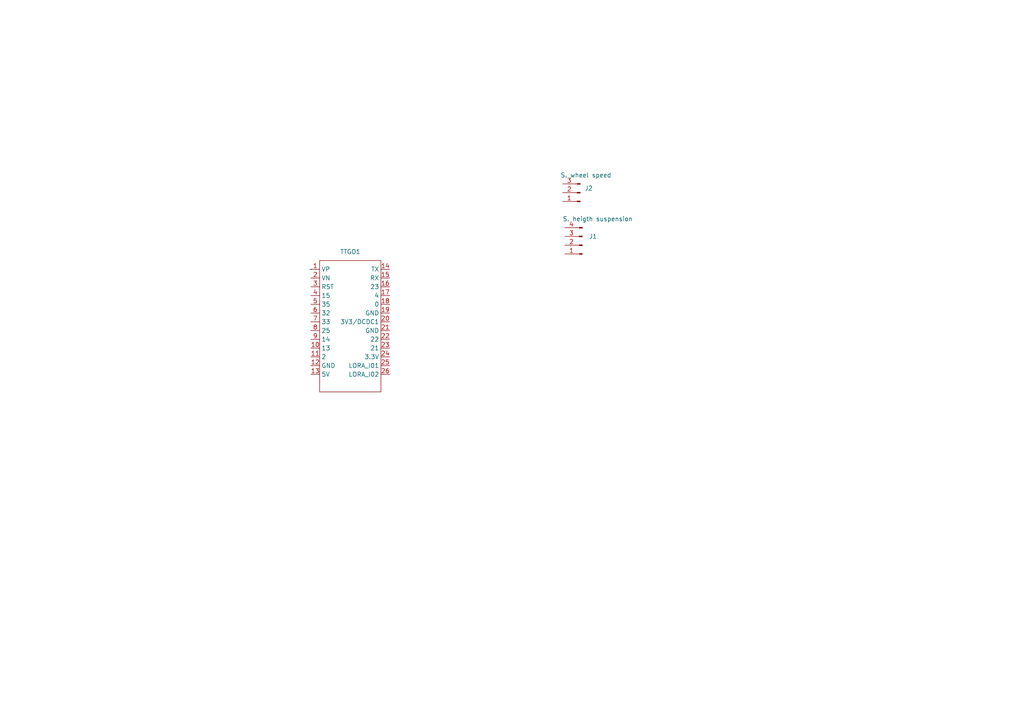
<source format=kicad_sch>
(kicad_sch (version 20230121) (generator eeschema)
  (paper "A4")
  (lib_symbols
    (symbol "Connector:Conn_01x03_Pin" (pin_names (offset 1.016) hide)
      (property "Reference" "J" (at 0 5.08 0))
      (property "Value" "Conn_01x03_Pin" (at 0 -5.08 0))
      (symbol "Conn_01x03_Pin_1_1"
        (polyline (pts (xy 1.27 -2.54) (xy 0.8636 -2.54)) (stroke (width 0.1524)))
        (polyline (pts (xy 1.27 0) (xy 0.8636 0)) (stroke (width 0.1524)))
        (polyline (pts (xy 1.27 2.54) (xy 0.8636 2.54)) (stroke (width 0.1524)))
        (rectangle (start 0.8636 -2.413) (end 0 -2.667) (stroke (width 0.1524)) (fill (type outline)))
        (rectangle (start 0.8636 0.127) (end 0 -0.127) (stroke (width 0.1524)) (fill (type outline)))
        (rectangle (start 0.8636 2.667) (end 0 2.413) (stroke (width 0.1524)) (fill (type outline)))
        (pin passive line (at 5.08 2.54 180) (length 3.81) (name "Pin_1") (number "1"))
        (pin passive line (at 5.08 0 180) (length 3.81) (name "Pin_2") (number "2"))
        (pin passive line (at 5.08 -2.54 180) (length 3.81) (name "Pin_3") (number "3"))
      )
    )
    (symbol "Connector:Conn_01x04_Pin" (pin_names (offset 1.016) hide)
      (property "Reference" "J" (at 0 5.08 0))
      (property "Value" "Conn_01x04_Pin" (at 0 -7.62 0))
      (symbol "Conn_01x04_Pin_1_1"
        (polyline (pts (xy 1.27 -5.08) (xy 0.8636 -5.08)) (stroke (width 0.1524)))
        (polyline (pts (xy 1.27 -2.54) (xy 0.8636 -2.54)) (stroke (width 0.1524)))
        (polyline (pts (xy 1.27 0) (xy 0.8636 0)) (stroke (width 0.1524)))
        (polyline (pts (xy 1.27 2.54) (xy 0.8636 2.54)) (stroke (width 0.1524)))
        (rectangle (start 0.8636 -4.953) (end 0 -5.207) (stroke (width 0.1524)) (fill (type outline)))
        (rectangle (start 0.8636 -2.413) (end 0 -2.667) (stroke (width 0.1524)) (fill (type outline)))
        (rectangle (start 0.8636 0.127) (end 0 -0.127) (stroke (width 0.1524)) (fill (type outline)))
        (rectangle (start 0.8636 2.667) (end 0 2.413) (stroke (width 0.1524)) (fill (type outline)))
        (pin passive line (at 5.08 2.54 180) (length 3.81) (name "Pin_1") (number "1"))
        (pin passive line (at 5.08 0 180) (length 3.81) (name "Pin_2") (number "2"))
        (pin passive line (at 5.08 -2.54 180) (length 3.81) (name "Pin_3") (number "3"))
        (pin passive line (at 5.08 -5.08 180) (length 3.81) (name "Pin_4") (number "4"))
      )
    )
    (symbol "Libreria_TTGO:TTGO"
      (property "Reference" "TTGO" (at 0 12.7 0))
      (symbol "TTGO_0_1"
        (rectangle (start -8.89 11.43) (end 8.89 -26.67))
      )
      (symbol "TTGO_1_0"
        (pin input line (at -11.43 8.89 0) (length 2.54) (name "VP") (number "1"))
        (pin bidirectional line (at -11.43 -13.97 0) (length 2.54) (name "13") (number "10"))
        (pin bidirectional line (at -11.43 -16.51 0) (length 2.54) (name "2") (number "11"))
        (pin power_out line (at -11.43 -19.05 0) (length 2.54) (name "GND") (number "12"))
        (pin power_in line (at -11.43 -21.59 0) (length 2.54) (name "5V") (number "13"))
        (pin bidirectional line (at 11.43 8.89 180) (length 2.54) (name "TX") (number "14"))
        (pin bidirectional line (at 11.43 6.35 180) (length 2.54) (name "RX") (number "15"))
        (pin input line (at 11.43 3.81 180) (length 2.54) (name "23") (number "16"))
        (pin bidirectional line (at 11.43 1.27 180) (length 2.54) (name "4") (number "17"))
        (pin bidirectional line (at 11.43 -1.27 180) (length 2.54) (name "0") (number "18"))
        (pin power_out line (at 11.43 -3.81 180) (length 2.54) (name "GND") (number "19"))
        (pin input line (at -11.43 6.35 0) (length 2.54) (name "VN") (number "2"))
        (pin power_in line (at 11.43 -6.35 180) (length 2.54) (name "3V3/DCDC1") (number "20"))
        (pin power_out line (at 11.43 -8.89 180) (length 2.54) (name "GND") (number "21"))
        (pin bidirectional line (at 11.43 -11.43 180) (length 2.54) (name "22") (number "22"))
        (pin bidirectional line (at 11.43 -13.97 180) (length 2.54) (name "21") (number "23"))
        (pin power_in line (at 11.43 -16.51 180) (length 2.54) (name "3.3V") (number "24"))
        (pin bidirectional line (at 11.43 -19.05 180) (length 2.54) (name "LORA_I01") (number "25"))
        (pin bidirectional line (at 11.43 -21.59 180) (length 2.54) (name "LORA_I02") (number "26"))
        (pin input line (at -11.43 3.81 0) (length 2.54) (name "RST") (number "3"))
        (pin bidirectional line (at -11.43 1.27 0) (length 2.54) (name "15") (number "4"))
        (pin input line (at -11.43 -1.27 0) (length 2.54) (name "35") (number "5"))
        (pin bidirectional line (at -11.43 -3.81 0) (length 2.54) (name "32") (number "6"))
        (pin bidirectional line (at -11.43 -6.35 0) (length 2.54) (name "33") (number "7"))
        (pin input line (at -11.43 -8.89 0) (length 2.54) (name "25") (number "8"))
        (pin bidirectional line (at -11.43 -11.43 0) (length 2.54) (name "14") (number "9"))
      )
    )
  )
  (symbol (lib_id "Connector:Conn_01x04_Pin") (at 168.91 71.12 180) (unit 1)
    (property "Reference" "J1" (at 170.815 68.58 0) (effects (justify right)))
    (property "Value" "S. heigth suspension " (at 163.195 63.5 0) (effects (justify right)))
    (property "Footprint" "Connector_Molex:Molex_KK-254_AE-6410-04A_1x04_P2.54mm_Vertical" (effects hide))
  )
  (symbol (lib_id "Connector:Conn_01x03_Pin") (at 168.275 55.88 180) (unit 1)
    (property "Reference" "J2" (at 169.545 54.61 0) (effects (justify right)))
    (property "Value" "S. wheel speed" (at 162.56 50.8 0) (effects (justify right)))
    (property "Footprint" "Connector_Molex:Molex_KK-254_AE-6410-03A_1x03_P2.54mm_Vertical" (effects hide))
  )
  (symbol (lib_id "Libreria_TTGO:TTGO") (at 101.6 86.995 0) (unit 1)
    (property "Reference" "TTGO1" (at 101.6 73.025 0))
    (property "Value" "~" (at 90.17 78.105 0))
    (property "Footprint" "Libreria TTGO:TTGO_TBeam" (effects hide))
  )
)
</source>
